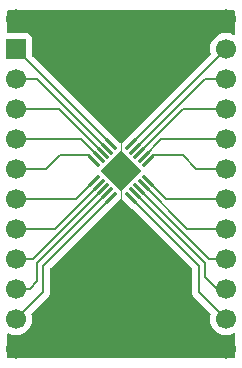
<source format=gtl>
G04 #@! TF.GenerationSoftware,KiCad,Pcbnew,9.0.6*
G04 #@! TF.CreationDate,2026-01-02T14:07:14-06:00*
G04 #@! TF.ProjectId,QFN-20_4x4,51464e2d-3230-45f3-9478-342e6b696361,rev?*
G04 #@! TF.SameCoordinates,Original*
G04 #@! TF.FileFunction,Copper,L1,Top*
G04 #@! TF.FilePolarity,Positive*
%FSLAX46Y46*%
G04 Gerber Fmt 4.6, Leading zero omitted, Abs format (unit mm)*
G04 Created by KiCad (PCBNEW 9.0.6) date 2026-01-02 14:07:14*
%MOMM*%
%LPD*%
G01*
G04 APERTURE LIST*
G04 Aperture macros list*
%AMRoundRect*
0 Rectangle with rounded corners*
0 $1 Rounding radius*
0 $2 $3 $4 $5 $6 $7 $8 $9 X,Y pos of 4 corners*
0 Add a 4 corners polygon primitive as box body*
4,1,4,$2,$3,$4,$5,$6,$7,$8,$9,$2,$3,0*
0 Add four circle primitives for the rounded corners*
1,1,$1+$1,$2,$3*
1,1,$1+$1,$4,$5*
1,1,$1+$1,$6,$7*
1,1,$1+$1,$8,$9*
0 Add four rect primitives between the rounded corners*
20,1,$1+$1,$2,$3,$4,$5,0*
20,1,$1+$1,$4,$5,$6,$7,0*
20,1,$1+$1,$6,$7,$8,$9,0*
20,1,$1+$1,$8,$9,$2,$3,0*%
%AMRotRect*
0 Rectangle, with rotation*
0 The origin of the aperture is its center*
0 $1 length*
0 $2 width*
0 $3 Rotation angle, in degrees counterclockwise*
0 Add horizontal line*
21,1,$1,$2,0,0,$3*%
G04 Aperture macros list end*
G04 #@! TA.AperFunction,SMDPad,CuDef*
%ADD10RoundRect,0.062500X-0.437522X0.349134X0.349134X-0.437522X0.437522X-0.349134X-0.349134X0.437522X0*%
G04 #@! TD*
G04 #@! TA.AperFunction,SMDPad,CuDef*
%ADD11RoundRect,0.062500X-0.437522X-0.349134X-0.349134X-0.437522X0.437522X0.349134X0.349134X0.437522X0*%
G04 #@! TD*
G04 #@! TA.AperFunction,HeatsinkPad*
%ADD12C,0.500000*%
G04 #@! TD*
G04 #@! TA.AperFunction,HeatsinkPad*
%ADD13RotRect,2.500000X2.500000X315.000000*%
G04 #@! TD*
G04 #@! TA.AperFunction,ComponentPad*
%ADD14C,1.700000*%
G04 #@! TD*
G04 #@! TA.AperFunction,ComponentPad*
%ADD15R,1.700000X1.700000*%
G04 #@! TD*
G04 #@! TA.AperFunction,ViaPad*
%ADD16C,0.600000*%
G04 #@! TD*
G04 #@! TA.AperFunction,Conductor*
%ADD17C,0.200000*%
G04 #@! TD*
G04 #@! TA.AperFunction,Conductor*
%ADD18C,0.100000*%
G04 #@! TD*
G04 APERTURE END LIST*
D10*
X137587482Y-117297039D03*
X137233929Y-117650592D03*
X136880376Y-118004146D03*
X136526822Y-118357699D03*
X136173269Y-118711252D03*
D11*
X136173269Y-120396288D03*
X136526822Y-120749841D03*
X136880376Y-121103394D03*
X137233929Y-121456948D03*
X137587482Y-121810501D03*
D10*
X139272518Y-121810501D03*
X139626071Y-121456948D03*
X139979624Y-121103394D03*
X140333178Y-120749841D03*
X140686731Y-120396288D03*
D11*
X140686731Y-118711252D03*
X140333178Y-118357699D03*
X139979624Y-118004146D03*
X139626071Y-117650592D03*
X139272518Y-117297039D03*
D12*
X138430000Y-118139556D03*
X137015786Y-119553770D03*
D13*
X138430000Y-119553770D03*
D12*
X139844214Y-119553770D03*
X138430000Y-120967984D03*
D14*
X129540000Y-106680000D03*
D15*
X129540000Y-109220000D03*
D14*
X129540000Y-111760000D03*
X129540000Y-114300000D03*
X129540000Y-116840000D03*
X129540000Y-119380000D03*
X129540000Y-121920000D03*
X129540000Y-124460000D03*
X129540000Y-127000000D03*
X129540000Y-129540000D03*
X129540000Y-132080000D03*
X129540000Y-134620000D03*
X147320000Y-106680000D03*
X147320000Y-109220000D03*
X147320000Y-111760000D03*
X147320000Y-114300000D03*
X147320000Y-116840000D03*
X147320000Y-119380000D03*
X147320000Y-121920000D03*
X147320000Y-124460000D03*
X147320000Y-127000000D03*
X147320000Y-129540000D03*
X147320000Y-132080000D03*
X147320000Y-134620000D03*
D16*
X138430000Y-109220000D03*
X138430000Y-129540000D03*
X138430000Y-116332000D03*
X138430000Y-122809000D03*
D17*
X145034000Y-129794000D02*
X147320000Y-132080000D01*
X139272518Y-121810501D02*
X145034000Y-127571983D01*
X145034000Y-127571983D02*
X145034000Y-129794000D01*
X146558000Y-129540000D02*
X147320000Y-129540000D01*
X145542000Y-128524000D02*
X146558000Y-129540000D01*
X145542000Y-127372877D02*
X145542000Y-128524000D01*
X139626071Y-121456948D02*
X145542000Y-127372877D01*
X131826000Y-129794000D02*
X129540000Y-132080000D01*
X131826000Y-127571983D02*
X131826000Y-129794000D01*
X137587482Y-121810501D02*
X131826000Y-127571983D01*
X130683000Y-129540000D02*
X129540000Y-129540000D01*
X131318000Y-128905000D02*
X130683000Y-129540000D01*
X131318000Y-127372877D02*
X131318000Y-128905000D01*
X137233929Y-121456948D02*
X131318000Y-127372877D01*
D18*
X138430000Y-120967984D02*
X138430000Y-122555000D01*
X138430000Y-118139556D02*
X138430000Y-116586000D01*
D17*
X136880376Y-118004146D02*
X133176230Y-114300000D01*
X133176230Y-114300000D02*
X129540000Y-114300000D01*
X136173269Y-120396288D02*
X134649557Y-121920000D01*
X134649557Y-121920000D02*
X129540000Y-121920000D01*
X136880376Y-121103394D02*
X130983770Y-127000000D01*
X130983770Y-127000000D02*
X129540000Y-127000000D01*
X137587482Y-117297039D02*
X129540000Y-109249557D01*
X129540000Y-109249557D02*
X129540000Y-109220000D01*
X132816663Y-124460000D02*
X129540000Y-124460000D01*
X136526822Y-120749841D02*
X132816663Y-124460000D01*
X131343337Y-111760000D02*
X129540000Y-111760000D01*
X137233929Y-117650592D02*
X131343337Y-111760000D01*
X145516663Y-111760000D02*
X147320000Y-111760000D01*
X139626071Y-117650592D02*
X145516663Y-111760000D01*
X139272518Y-117297039D02*
X147320000Y-109249557D01*
X147320000Y-109249557D02*
X147320000Y-109220000D01*
X143683770Y-114300000D02*
X147320000Y-114300000D01*
X139979624Y-118004146D02*
X143683770Y-114300000D01*
X140333178Y-120749841D02*
X144043337Y-124460000D01*
X144043337Y-124460000D02*
X147320000Y-124460000D01*
X144780000Y-119380000D02*
X147320000Y-119380000D01*
X140686731Y-118711252D02*
X141160983Y-118237000D01*
X143637000Y-118237000D02*
X144780000Y-119380000D01*
X141160983Y-118237000D02*
X143637000Y-118237000D01*
X140686731Y-120396288D02*
X142210443Y-121920000D01*
X142210443Y-121920000D02*
X147320000Y-121920000D01*
X141850877Y-116840000D02*
X147320000Y-116840000D01*
X140333178Y-118357699D02*
X141850877Y-116840000D01*
X136173269Y-118711252D02*
X135699017Y-118237000D01*
X135699017Y-118237000D02*
X133223000Y-118237000D01*
X133223000Y-118237000D02*
X132080000Y-119380000D01*
X132080000Y-119380000D02*
X129540000Y-119380000D01*
X136526822Y-118357699D02*
X135009123Y-116840000D01*
X135009123Y-116840000D02*
X129540000Y-116840000D01*
X145876230Y-127000000D02*
X147320000Y-127000000D01*
X139979624Y-121103394D02*
X145876230Y-127000000D01*
G04 #@! TA.AperFunction,Conductor*
G36*
X138473332Y-121911752D02*
G01*
X138517680Y-121940253D01*
X139249642Y-122672214D01*
X139249653Y-122672224D01*
X139337716Y-122739799D01*
X139337719Y-122739800D01*
X139337722Y-122739803D01*
X139339218Y-122740422D01*
X139340307Y-122740874D01*
X139380536Y-122767754D01*
X144397181Y-127784399D01*
X144430666Y-127845722D01*
X144433500Y-127872080D01*
X144433500Y-129707330D01*
X144433499Y-129707348D01*
X144433499Y-129873054D01*
X144433498Y-129873054D01*
X144474423Y-130025785D01*
X144503358Y-130075900D01*
X144503359Y-130075904D01*
X144503360Y-130075904D01*
X144553479Y-130162714D01*
X144553481Y-130162717D01*
X144672349Y-130281585D01*
X144672355Y-130281590D01*
X145986241Y-131595476D01*
X146019726Y-131656799D01*
X146016492Y-131721473D01*
X146002753Y-131763757D01*
X145969500Y-131973713D01*
X145969500Y-132186286D01*
X146002753Y-132396239D01*
X146068444Y-132598414D01*
X146164951Y-132787820D01*
X146289890Y-132959786D01*
X146440213Y-133110109D01*
X146612179Y-133235048D01*
X146612181Y-133235049D01*
X146612184Y-133235051D01*
X146801588Y-133331557D01*
X147003757Y-133397246D01*
X147213713Y-133430500D01*
X147213714Y-133430500D01*
X147426286Y-133430500D01*
X147426287Y-133430500D01*
X147636243Y-133397246D01*
X147838412Y-133331557D01*
X147909205Y-133295485D01*
X147977874Y-133282590D01*
X148042614Y-133308866D01*
X148082872Y-133365972D01*
X148089500Y-133405971D01*
X148089500Y-135265500D01*
X148069815Y-135332539D01*
X148017011Y-135378294D01*
X147965500Y-135389500D01*
X128894500Y-135389500D01*
X128827461Y-135369815D01*
X128781706Y-135317011D01*
X128770500Y-135265500D01*
X128770500Y-133405971D01*
X128790185Y-133338932D01*
X128842989Y-133293177D01*
X128912147Y-133283233D01*
X128950793Y-133295485D01*
X129021588Y-133331557D01*
X129223757Y-133397246D01*
X129433713Y-133430500D01*
X129433714Y-133430500D01*
X129646286Y-133430500D01*
X129646287Y-133430500D01*
X129856243Y-133397246D01*
X130058412Y-133331557D01*
X130247816Y-133235051D01*
X130269789Y-133219086D01*
X130419786Y-133110109D01*
X130419788Y-133110106D01*
X130419792Y-133110104D01*
X130570104Y-132959792D01*
X130570106Y-132959788D01*
X130570109Y-132959786D01*
X130695048Y-132787820D01*
X130695047Y-132787820D01*
X130695051Y-132787816D01*
X130791557Y-132598412D01*
X130857246Y-132396243D01*
X130890500Y-132186287D01*
X130890500Y-131973713D01*
X130857246Y-131763757D01*
X130843506Y-131721473D01*
X130841512Y-131651635D01*
X130873755Y-131595478D01*
X132194713Y-130274521D01*
X132194716Y-130274520D01*
X132306520Y-130162716D01*
X132356639Y-130075904D01*
X132385577Y-130025785D01*
X132426500Y-129873058D01*
X132426500Y-129714943D01*
X132426500Y-127872079D01*
X132446185Y-127805040D01*
X132462814Y-127784403D01*
X137479465Y-122767751D01*
X137519699Y-122740870D01*
X137522278Y-122739803D01*
X137610356Y-122672217D01*
X138342318Y-121940252D01*
X138403641Y-121906768D01*
X138473332Y-121911752D01*
G37*
G04 #@! TD.AperFunction*
G04 #@! TA.AperFunction,Conductor*
G36*
X138440692Y-118094224D02*
G01*
X138473332Y-118096559D01*
X138475611Y-118098023D01*
X138477598Y-118098240D01*
X138507929Y-118116288D01*
X138513035Y-118120413D01*
X138551376Y-118158754D01*
X138639454Y-118226341D01*
X138649073Y-118230325D01*
X138663005Y-118241581D01*
X138690269Y-118278022D01*
X138692705Y-118276617D01*
X138696769Y-118283657D01*
X138764348Y-118371726D01*
X138764349Y-118371727D01*
X138764351Y-118371729D01*
X138764355Y-118371734D01*
X138904929Y-118512307D01*
X138993007Y-118579894D01*
X138993011Y-118579895D01*
X139000046Y-118583958D01*
X138998342Y-118586908D01*
X139040477Y-118620855D01*
X139045730Y-118630471D01*
X139046256Y-118630168D01*
X139050322Y-118637211D01*
X139117901Y-118725280D01*
X139117902Y-118725281D01*
X139117904Y-118725283D01*
X139117908Y-118725288D01*
X139258482Y-118865861D01*
X139258486Y-118865864D01*
X139258488Y-118865866D01*
X139258491Y-118865869D01*
X139346554Y-118933444D01*
X139346557Y-118933445D01*
X139346560Y-118933448D01*
X139346563Y-118933449D01*
X139353596Y-118937510D01*
X139351895Y-118940456D01*
X139394049Y-118974436D01*
X139399289Y-118984025D01*
X139399812Y-118983724D01*
X139403876Y-118990764D01*
X139471455Y-119078833D01*
X139471456Y-119078834D01*
X139471458Y-119078836D01*
X139471462Y-119078841D01*
X139612036Y-119219414D01*
X139700114Y-119287001D01*
X139700120Y-119287003D01*
X139707157Y-119291067D01*
X139705740Y-119293519D01*
X139742189Y-119320765D01*
X139753444Y-119334695D01*
X139757429Y-119344316D01*
X139825015Y-119432394D01*
X139863356Y-119470735D01*
X139867481Y-119475840D01*
X139878474Y-119502285D01*
X139892194Y-119527411D01*
X139891713Y-119534132D01*
X139894301Y-119540358D01*
X139889252Y-119568543D01*
X139887210Y-119597103D01*
X139882949Y-119603733D01*
X139881982Y-119609133D01*
X139873855Y-119617883D01*
X139858712Y-119641448D01*
X139825015Y-119675146D01*
X139825010Y-119675152D01*
X139757429Y-119763221D01*
X139753365Y-119770262D01*
X139750443Y-119768575D01*
X139716291Y-119810816D01*
X139706858Y-119815964D01*
X139707153Y-119816475D01*
X139700112Y-119820539D01*
X139612043Y-119888118D01*
X139612042Y-119888119D01*
X139471457Y-120028705D01*
X139471454Y-120028708D01*
X139403879Y-120116771D01*
X139399816Y-120123810D01*
X139396894Y-120122123D01*
X139362739Y-120164369D01*
X139353300Y-120169518D01*
X139353596Y-120170030D01*
X139346558Y-120174092D01*
X139258489Y-120241671D01*
X139258488Y-120241672D01*
X139117906Y-120382255D01*
X139096533Y-120410109D01*
X139050322Y-120470330D01*
X139050321Y-120470331D01*
X139050321Y-120470332D01*
X139046257Y-120477371D01*
X139043324Y-120475677D01*
X139009247Y-120517879D01*
X138999752Y-120523067D01*
X139000049Y-120523580D01*
X138993005Y-120527646D01*
X138904936Y-120595225D01*
X138904935Y-120595226D01*
X138764350Y-120735812D01*
X138764347Y-120735815D01*
X138696769Y-120823881D01*
X138692705Y-120830922D01*
X138690286Y-120829525D01*
X138663004Y-120865959D01*
X138649072Y-120877215D01*
X138639454Y-120881199D01*
X138551376Y-120948785D01*
X138513036Y-120987124D01*
X138507929Y-120991251D01*
X138481484Y-121002243D01*
X138456356Y-121015965D01*
X138449634Y-121015484D01*
X138443411Y-121018071D01*
X138415224Y-121013022D01*
X138386665Y-121010979D01*
X138380037Y-121006719D01*
X138374636Y-121005752D01*
X138365882Y-120997622D01*
X138342320Y-120982480D01*
X138308631Y-120948792D01*
X138308617Y-120948780D01*
X138220551Y-120881202D01*
X138213510Y-120877137D01*
X138215205Y-120874200D01*
X138173015Y-120840149D01*
X138167819Y-120830625D01*
X138167297Y-120830927D01*
X138163232Y-120823888D01*
X138163231Y-120823884D01*
X138152396Y-120809764D01*
X138095651Y-120735813D01*
X138095650Y-120735812D01*
X138095648Y-120735810D01*
X138095645Y-120735806D01*
X137955071Y-120595233D01*
X137955066Y-120595229D01*
X137955064Y-120595227D01*
X137955061Y-120595224D01*
X137866995Y-120527646D01*
X137859955Y-120523582D01*
X137861661Y-120520626D01*
X137819546Y-120486720D01*
X137814277Y-120477060D01*
X137813742Y-120477369D01*
X137809677Y-120470328D01*
X137742098Y-120382259D01*
X137742097Y-120382258D01*
X137742094Y-120382255D01*
X137742092Y-120382252D01*
X137601518Y-120241679D01*
X137601513Y-120241675D01*
X137601511Y-120241673D01*
X137601508Y-120241670D01*
X137513442Y-120174092D01*
X137506402Y-120170028D01*
X137508105Y-120167077D01*
X137465974Y-120133139D01*
X137460718Y-120123506D01*
X137460186Y-120123814D01*
X137456121Y-120116772D01*
X137388544Y-120028706D01*
X137388543Y-120028705D01*
X137388541Y-120028703D01*
X137388538Y-120028699D01*
X137247964Y-119888126D01*
X137247959Y-119888122D01*
X137247957Y-119888120D01*
X137247954Y-119888117D01*
X137159891Y-119820542D01*
X137152850Y-119816477D01*
X137154255Y-119814041D01*
X137117811Y-119786775D01*
X137106555Y-119772843D01*
X137102571Y-119763224D01*
X137034985Y-119675146D01*
X136996641Y-119636802D01*
X136992517Y-119631698D01*
X136981523Y-119605251D01*
X136967804Y-119580127D01*
X136968284Y-119573405D01*
X136965697Y-119567181D01*
X136970745Y-119538995D01*
X136972788Y-119510435D01*
X136977048Y-119503805D01*
X136978016Y-119498405D01*
X136986145Y-119489650D01*
X137001288Y-119466089D01*
X137034984Y-119432394D01*
X137102571Y-119344316D01*
X137102572Y-119344311D01*
X137102574Y-119344310D01*
X137106636Y-119337276D01*
X137109609Y-119338992D01*
X137143383Y-119296948D01*
X137153162Y-119291608D01*
X137152848Y-119291064D01*
X137159880Y-119287003D01*
X137159886Y-119287001D01*
X137247964Y-119219415D01*
X137388537Y-119078841D01*
X137456124Y-118990763D01*
X137456127Y-118990753D01*
X137460190Y-118983720D01*
X137463165Y-118985437D01*
X137496936Y-118943396D01*
X137506710Y-118938057D01*
X137506397Y-118937514D01*
X137513432Y-118933451D01*
X137513440Y-118933448D01*
X137601518Y-118865862D01*
X137742091Y-118725288D01*
X137809678Y-118637210D01*
X137809682Y-118637200D01*
X137813744Y-118630167D01*
X137816714Y-118631882D01*
X137850517Y-118589823D01*
X137860263Y-118584502D01*
X137859950Y-118583960D01*
X137866985Y-118579897D01*
X137866993Y-118579894D01*
X137955071Y-118512308D01*
X138095644Y-118371734D01*
X138163231Y-118283656D01*
X138163232Y-118283651D01*
X138163234Y-118283650D01*
X138167296Y-118276616D01*
X138170269Y-118278332D01*
X138204043Y-118236288D01*
X138213822Y-118230948D01*
X138213508Y-118230404D01*
X138220540Y-118226343D01*
X138220546Y-118226341D01*
X138308624Y-118158755D01*
X138338936Y-118128443D01*
X138342318Y-118125061D01*
X138344403Y-118123922D01*
X138345619Y-118121879D01*
X138374916Y-118107260D01*
X138403640Y-118091575D01*
X138406010Y-118091744D01*
X138408138Y-118090683D01*
X138440692Y-118094224D01*
G37*
G04 #@! TD.AperFunction*
G04 #@! TA.AperFunction,Conductor*
G36*
X148032539Y-105930185D02*
G01*
X148078294Y-105982989D01*
X148089500Y-106034500D01*
X148089500Y-107894028D01*
X148069815Y-107961067D01*
X148017011Y-108006822D01*
X147947853Y-108016766D01*
X147909206Y-108004513D01*
X147838417Y-107968445D01*
X147838414Y-107968444D01*
X147838412Y-107968443D01*
X147636243Y-107902754D01*
X147636241Y-107902753D01*
X147636240Y-107902753D01*
X147474957Y-107877208D01*
X147426287Y-107869500D01*
X147213713Y-107869500D01*
X147165042Y-107877208D01*
X147003760Y-107902753D01*
X146801585Y-107968444D01*
X146612179Y-108064951D01*
X146440213Y-108189890D01*
X146289890Y-108340213D01*
X146164951Y-108512179D01*
X146068444Y-108701585D01*
X146002753Y-108903760D01*
X145969500Y-109113713D01*
X145969500Y-109326286D01*
X146002754Y-109536246D01*
X146023739Y-109600833D01*
X146025734Y-109670675D01*
X145993489Y-109726831D01*
X139380534Y-116339786D01*
X139340315Y-116366662D01*
X139337723Y-116367735D01*
X139249644Y-116435322D01*
X138517680Y-117167286D01*
X138456357Y-117200771D01*
X138386665Y-117195787D01*
X138342320Y-117167287D01*
X137610356Y-116435324D01*
X137610355Y-116435323D01*
X137610346Y-116435315D01*
X137522283Y-116367740D01*
X137522279Y-116367738D01*
X137522278Y-116367737D01*
X137519686Y-116366663D01*
X137479464Y-116339786D01*
X130926818Y-109787140D01*
X130893333Y-109725817D01*
X130890499Y-109699459D01*
X130890499Y-108322129D01*
X130890498Y-108322123D01*
X130884091Y-108262516D01*
X130833797Y-108127671D01*
X130833793Y-108127664D01*
X130747547Y-108012455D01*
X130747544Y-108012452D01*
X130632335Y-107926206D01*
X130632328Y-107926202D01*
X130497482Y-107875908D01*
X130497483Y-107875908D01*
X130437883Y-107869501D01*
X130437881Y-107869500D01*
X130437873Y-107869500D01*
X130437865Y-107869500D01*
X128894500Y-107869500D01*
X128827461Y-107849815D01*
X128781706Y-107797011D01*
X128770500Y-107745500D01*
X128770500Y-106034500D01*
X128790185Y-105967461D01*
X128842989Y-105921706D01*
X128894500Y-105910500D01*
X147965500Y-105910500D01*
X148032539Y-105930185D01*
G37*
G04 #@! TD.AperFunction*
M02*

</source>
